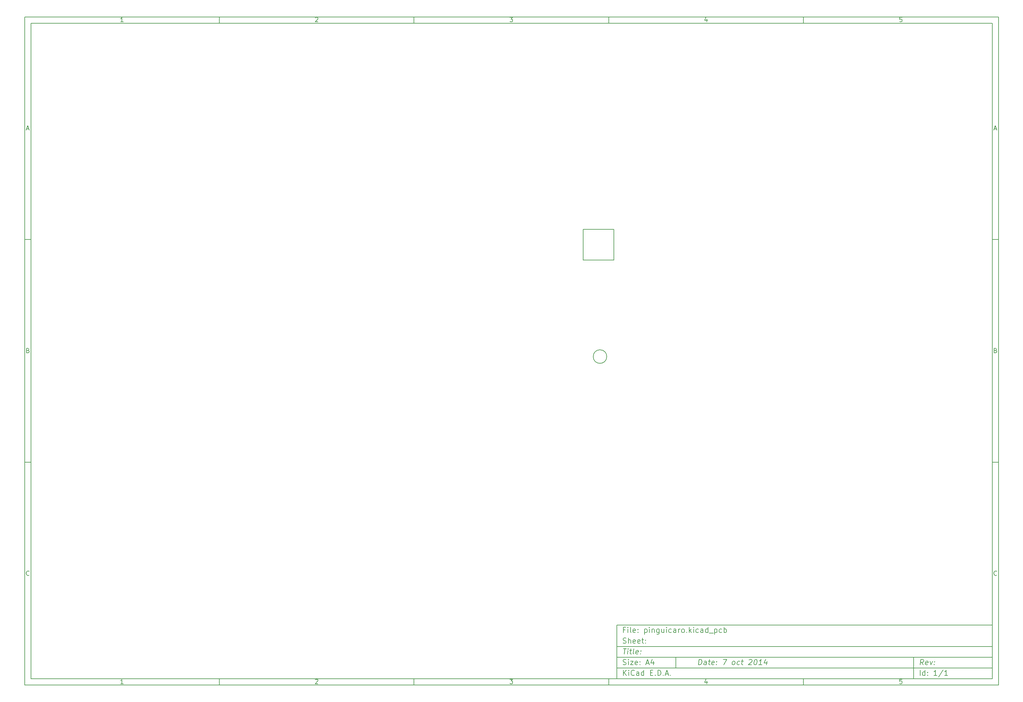
<source format=gbo>
G04 (created by PCBNEW (2013-june-11)-stable) date mar 07 oct 2014 09:39:09 ART*
%MOIN*%
G04 Gerber Fmt 3.4, Leading zero omitted, Abs format*
%FSLAX34Y34*%
G01*
G70*
G90*
G04 APERTURE LIST*
%ADD10C,0.00590551*%
G04 APERTURE END LIST*
G54D10*
X4000Y-4000D02*
X112930Y-4000D01*
X112930Y-78680D01*
X4000Y-78680D01*
X4000Y-4000D01*
X4700Y-4700D02*
X112230Y-4700D01*
X112230Y-77980D01*
X4700Y-77980D01*
X4700Y-4700D01*
X25780Y-4000D02*
X25780Y-4700D01*
X15032Y-4552D02*
X14747Y-4552D01*
X14890Y-4552D02*
X14890Y-4052D01*
X14842Y-4123D01*
X14794Y-4171D01*
X14747Y-4195D01*
X25780Y-78680D02*
X25780Y-77980D01*
X15032Y-78532D02*
X14747Y-78532D01*
X14890Y-78532D02*
X14890Y-78032D01*
X14842Y-78103D01*
X14794Y-78151D01*
X14747Y-78175D01*
X47560Y-4000D02*
X47560Y-4700D01*
X36527Y-4100D02*
X36550Y-4076D01*
X36598Y-4052D01*
X36717Y-4052D01*
X36765Y-4076D01*
X36789Y-4100D01*
X36812Y-4147D01*
X36812Y-4195D01*
X36789Y-4266D01*
X36503Y-4552D01*
X36812Y-4552D01*
X47560Y-78680D02*
X47560Y-77980D01*
X36527Y-78080D02*
X36550Y-78056D01*
X36598Y-78032D01*
X36717Y-78032D01*
X36765Y-78056D01*
X36789Y-78080D01*
X36812Y-78127D01*
X36812Y-78175D01*
X36789Y-78246D01*
X36503Y-78532D01*
X36812Y-78532D01*
X69340Y-4000D02*
X69340Y-4700D01*
X58283Y-4052D02*
X58592Y-4052D01*
X58426Y-4242D01*
X58497Y-4242D01*
X58545Y-4266D01*
X58569Y-4290D01*
X58592Y-4338D01*
X58592Y-4457D01*
X58569Y-4504D01*
X58545Y-4528D01*
X58497Y-4552D01*
X58354Y-4552D01*
X58307Y-4528D01*
X58283Y-4504D01*
X69340Y-78680D02*
X69340Y-77980D01*
X58283Y-78032D02*
X58592Y-78032D01*
X58426Y-78222D01*
X58497Y-78222D01*
X58545Y-78246D01*
X58569Y-78270D01*
X58592Y-78318D01*
X58592Y-78437D01*
X58569Y-78484D01*
X58545Y-78508D01*
X58497Y-78532D01*
X58354Y-78532D01*
X58307Y-78508D01*
X58283Y-78484D01*
X91120Y-4000D02*
X91120Y-4700D01*
X80325Y-4219D02*
X80325Y-4552D01*
X80206Y-4028D02*
X80087Y-4385D01*
X80396Y-4385D01*
X91120Y-78680D02*
X91120Y-77980D01*
X80325Y-78199D02*
X80325Y-78532D01*
X80206Y-78008D02*
X80087Y-78365D01*
X80396Y-78365D01*
X102129Y-4052D02*
X101890Y-4052D01*
X101867Y-4290D01*
X101890Y-4266D01*
X101938Y-4242D01*
X102057Y-4242D01*
X102105Y-4266D01*
X102129Y-4290D01*
X102152Y-4338D01*
X102152Y-4457D01*
X102129Y-4504D01*
X102105Y-4528D01*
X102057Y-4552D01*
X101938Y-4552D01*
X101890Y-4528D01*
X101867Y-4504D01*
X102129Y-78032D02*
X101890Y-78032D01*
X101867Y-78270D01*
X101890Y-78246D01*
X101938Y-78222D01*
X102057Y-78222D01*
X102105Y-78246D01*
X102129Y-78270D01*
X102152Y-78318D01*
X102152Y-78437D01*
X102129Y-78484D01*
X102105Y-78508D01*
X102057Y-78532D01*
X101938Y-78532D01*
X101890Y-78508D01*
X101867Y-78484D01*
X4000Y-28890D02*
X4700Y-28890D01*
X4230Y-16509D02*
X4469Y-16509D01*
X4183Y-16652D02*
X4350Y-16152D01*
X4516Y-16652D01*
X112930Y-28890D02*
X112230Y-28890D01*
X112460Y-16509D02*
X112699Y-16509D01*
X112413Y-16652D02*
X112580Y-16152D01*
X112746Y-16652D01*
X4000Y-53780D02*
X4700Y-53780D01*
X4385Y-41280D02*
X4457Y-41304D01*
X4480Y-41328D01*
X4504Y-41375D01*
X4504Y-41447D01*
X4480Y-41494D01*
X4457Y-41518D01*
X4409Y-41542D01*
X4219Y-41542D01*
X4219Y-41042D01*
X4385Y-41042D01*
X4433Y-41066D01*
X4457Y-41090D01*
X4480Y-41137D01*
X4480Y-41185D01*
X4457Y-41232D01*
X4433Y-41256D01*
X4385Y-41280D01*
X4219Y-41280D01*
X112930Y-53780D02*
X112230Y-53780D01*
X112615Y-41280D02*
X112687Y-41304D01*
X112710Y-41328D01*
X112734Y-41375D01*
X112734Y-41447D01*
X112710Y-41494D01*
X112687Y-41518D01*
X112639Y-41542D01*
X112449Y-41542D01*
X112449Y-41042D01*
X112615Y-41042D01*
X112663Y-41066D01*
X112687Y-41090D01*
X112710Y-41137D01*
X112710Y-41185D01*
X112687Y-41232D01*
X112663Y-41256D01*
X112615Y-41280D01*
X112449Y-41280D01*
X4504Y-66384D02*
X4480Y-66408D01*
X4409Y-66432D01*
X4361Y-66432D01*
X4290Y-66408D01*
X4242Y-66360D01*
X4219Y-66313D01*
X4195Y-66218D01*
X4195Y-66146D01*
X4219Y-66051D01*
X4242Y-66003D01*
X4290Y-65956D01*
X4361Y-65932D01*
X4409Y-65932D01*
X4480Y-65956D01*
X4504Y-65980D01*
X112734Y-66384D02*
X112710Y-66408D01*
X112639Y-66432D01*
X112591Y-66432D01*
X112520Y-66408D01*
X112472Y-66360D01*
X112449Y-66313D01*
X112425Y-66218D01*
X112425Y-66146D01*
X112449Y-66051D01*
X112472Y-66003D01*
X112520Y-65956D01*
X112591Y-65932D01*
X112639Y-65932D01*
X112710Y-65956D01*
X112734Y-65980D01*
X79380Y-76422D02*
X79455Y-75822D01*
X79597Y-75822D01*
X79680Y-75851D01*
X79730Y-75908D01*
X79751Y-75965D01*
X79765Y-76080D01*
X79755Y-76165D01*
X79712Y-76280D01*
X79676Y-76337D01*
X79612Y-76394D01*
X79522Y-76422D01*
X79380Y-76422D01*
X80237Y-76422D02*
X80276Y-76108D01*
X80255Y-76051D01*
X80201Y-76022D01*
X80087Y-76022D01*
X80026Y-76051D01*
X80240Y-76394D02*
X80180Y-76422D01*
X80037Y-76422D01*
X79983Y-76394D01*
X79962Y-76337D01*
X79969Y-76280D01*
X80005Y-76222D01*
X80065Y-76194D01*
X80208Y-76194D01*
X80269Y-76165D01*
X80487Y-76022D02*
X80715Y-76022D01*
X80597Y-75822D02*
X80533Y-76337D01*
X80555Y-76394D01*
X80608Y-76422D01*
X80665Y-76422D01*
X81097Y-76394D02*
X81037Y-76422D01*
X80922Y-76422D01*
X80869Y-76394D01*
X80847Y-76337D01*
X80876Y-76108D01*
X80912Y-76051D01*
X80972Y-76022D01*
X81087Y-76022D01*
X81140Y-76051D01*
X81162Y-76108D01*
X81155Y-76165D01*
X80862Y-76222D01*
X81387Y-76365D02*
X81412Y-76394D01*
X81380Y-76422D01*
X81355Y-76394D01*
X81387Y-76365D01*
X81380Y-76422D01*
X81426Y-76051D02*
X81451Y-76080D01*
X81419Y-76108D01*
X81394Y-76080D01*
X81426Y-76051D01*
X81419Y-76108D01*
X82140Y-75822D02*
X82540Y-75822D01*
X82208Y-76422D01*
X83237Y-76422D02*
X83183Y-76394D01*
X83158Y-76365D01*
X83137Y-76308D01*
X83158Y-76137D01*
X83194Y-76080D01*
X83226Y-76051D01*
X83287Y-76022D01*
X83372Y-76022D01*
X83426Y-76051D01*
X83451Y-76080D01*
X83472Y-76137D01*
X83451Y-76308D01*
X83415Y-76365D01*
X83383Y-76394D01*
X83322Y-76422D01*
X83237Y-76422D01*
X83955Y-76394D02*
X83894Y-76422D01*
X83780Y-76422D01*
X83726Y-76394D01*
X83701Y-76365D01*
X83680Y-76308D01*
X83701Y-76137D01*
X83737Y-76080D01*
X83769Y-76051D01*
X83830Y-76022D01*
X83944Y-76022D01*
X83997Y-76051D01*
X84172Y-76022D02*
X84401Y-76022D01*
X84283Y-75822D02*
X84219Y-76337D01*
X84240Y-76394D01*
X84294Y-76422D01*
X84351Y-76422D01*
X85047Y-75880D02*
X85080Y-75851D01*
X85140Y-75822D01*
X85283Y-75822D01*
X85337Y-75851D01*
X85362Y-75880D01*
X85383Y-75937D01*
X85376Y-75994D01*
X85337Y-76080D01*
X84951Y-76422D01*
X85322Y-76422D01*
X85769Y-75822D02*
X85826Y-75822D01*
X85880Y-75851D01*
X85905Y-75880D01*
X85926Y-75937D01*
X85940Y-76051D01*
X85922Y-76194D01*
X85880Y-76308D01*
X85844Y-76365D01*
X85812Y-76394D01*
X85751Y-76422D01*
X85694Y-76422D01*
X85640Y-76394D01*
X85615Y-76365D01*
X85594Y-76308D01*
X85580Y-76194D01*
X85597Y-76051D01*
X85640Y-75937D01*
X85676Y-75880D01*
X85708Y-75851D01*
X85769Y-75822D01*
X86465Y-76422D02*
X86122Y-76422D01*
X86294Y-76422D02*
X86369Y-75822D01*
X86301Y-75908D01*
X86237Y-75965D01*
X86176Y-75994D01*
X87030Y-76022D02*
X86980Y-76422D01*
X86915Y-75794D02*
X86719Y-76222D01*
X87090Y-76222D01*
X70972Y-77622D02*
X70972Y-77022D01*
X71315Y-77622D02*
X71058Y-77280D01*
X71315Y-77022D02*
X70972Y-77365D01*
X71572Y-77622D02*
X71572Y-77222D01*
X71572Y-77022D02*
X71544Y-77051D01*
X71572Y-77080D01*
X71601Y-77051D01*
X71572Y-77022D01*
X71572Y-77080D01*
X72201Y-77565D02*
X72172Y-77594D01*
X72087Y-77622D01*
X72030Y-77622D01*
X71944Y-77594D01*
X71887Y-77537D01*
X71858Y-77480D01*
X71830Y-77365D01*
X71830Y-77280D01*
X71858Y-77165D01*
X71887Y-77108D01*
X71944Y-77051D01*
X72030Y-77022D01*
X72087Y-77022D01*
X72172Y-77051D01*
X72201Y-77080D01*
X72715Y-77622D02*
X72715Y-77308D01*
X72687Y-77251D01*
X72630Y-77222D01*
X72515Y-77222D01*
X72458Y-77251D01*
X72715Y-77594D02*
X72658Y-77622D01*
X72515Y-77622D01*
X72458Y-77594D01*
X72430Y-77537D01*
X72430Y-77480D01*
X72458Y-77422D01*
X72515Y-77394D01*
X72658Y-77394D01*
X72715Y-77365D01*
X73258Y-77622D02*
X73258Y-77022D01*
X73258Y-77594D02*
X73201Y-77622D01*
X73087Y-77622D01*
X73030Y-77594D01*
X73001Y-77565D01*
X72972Y-77508D01*
X72972Y-77337D01*
X73001Y-77280D01*
X73030Y-77251D01*
X73087Y-77222D01*
X73201Y-77222D01*
X73258Y-77251D01*
X74001Y-77308D02*
X74201Y-77308D01*
X74287Y-77622D02*
X74001Y-77622D01*
X74001Y-77022D01*
X74287Y-77022D01*
X74544Y-77565D02*
X74572Y-77594D01*
X74544Y-77622D01*
X74515Y-77594D01*
X74544Y-77565D01*
X74544Y-77622D01*
X74829Y-77622D02*
X74829Y-77022D01*
X74972Y-77022D01*
X75058Y-77051D01*
X75115Y-77108D01*
X75144Y-77165D01*
X75172Y-77280D01*
X75172Y-77365D01*
X75144Y-77480D01*
X75115Y-77537D01*
X75058Y-77594D01*
X74972Y-77622D01*
X74829Y-77622D01*
X75429Y-77565D02*
X75458Y-77594D01*
X75429Y-77622D01*
X75401Y-77594D01*
X75429Y-77565D01*
X75429Y-77622D01*
X75687Y-77451D02*
X75972Y-77451D01*
X75629Y-77622D02*
X75829Y-77022D01*
X76029Y-77622D01*
X76229Y-77565D02*
X76258Y-77594D01*
X76229Y-77622D01*
X76201Y-77594D01*
X76229Y-77565D01*
X76229Y-77622D01*
X104522Y-76422D02*
X104358Y-76137D01*
X104180Y-76422D02*
X104255Y-75822D01*
X104483Y-75822D01*
X104537Y-75851D01*
X104562Y-75880D01*
X104583Y-75937D01*
X104572Y-76022D01*
X104537Y-76080D01*
X104505Y-76108D01*
X104444Y-76137D01*
X104215Y-76137D01*
X105012Y-76394D02*
X104951Y-76422D01*
X104837Y-76422D01*
X104783Y-76394D01*
X104762Y-76337D01*
X104790Y-76108D01*
X104826Y-76051D01*
X104887Y-76022D01*
X105001Y-76022D01*
X105055Y-76051D01*
X105076Y-76108D01*
X105069Y-76165D01*
X104776Y-76222D01*
X105287Y-76022D02*
X105380Y-76422D01*
X105572Y-76022D01*
X105758Y-76365D02*
X105783Y-76394D01*
X105751Y-76422D01*
X105726Y-76394D01*
X105758Y-76365D01*
X105751Y-76422D01*
X105797Y-76051D02*
X105822Y-76080D01*
X105790Y-76108D01*
X105765Y-76080D01*
X105797Y-76051D01*
X105790Y-76108D01*
X70944Y-76394D02*
X71030Y-76422D01*
X71172Y-76422D01*
X71230Y-76394D01*
X71258Y-76365D01*
X71287Y-76308D01*
X71287Y-76251D01*
X71258Y-76194D01*
X71230Y-76165D01*
X71172Y-76137D01*
X71058Y-76108D01*
X71001Y-76080D01*
X70972Y-76051D01*
X70944Y-75994D01*
X70944Y-75937D01*
X70972Y-75880D01*
X71001Y-75851D01*
X71058Y-75822D01*
X71201Y-75822D01*
X71287Y-75851D01*
X71544Y-76422D02*
X71544Y-76022D01*
X71544Y-75822D02*
X71515Y-75851D01*
X71544Y-75880D01*
X71572Y-75851D01*
X71544Y-75822D01*
X71544Y-75880D01*
X71772Y-76022D02*
X72087Y-76022D01*
X71772Y-76422D01*
X72087Y-76422D01*
X72544Y-76394D02*
X72487Y-76422D01*
X72372Y-76422D01*
X72315Y-76394D01*
X72287Y-76337D01*
X72287Y-76108D01*
X72315Y-76051D01*
X72372Y-76022D01*
X72487Y-76022D01*
X72544Y-76051D01*
X72572Y-76108D01*
X72572Y-76165D01*
X72287Y-76222D01*
X72830Y-76365D02*
X72858Y-76394D01*
X72830Y-76422D01*
X72801Y-76394D01*
X72830Y-76365D01*
X72830Y-76422D01*
X72830Y-76051D02*
X72858Y-76080D01*
X72830Y-76108D01*
X72801Y-76080D01*
X72830Y-76051D01*
X72830Y-76108D01*
X73544Y-76251D02*
X73830Y-76251D01*
X73487Y-76422D02*
X73687Y-75822D01*
X73887Y-76422D01*
X74344Y-76022D02*
X74344Y-76422D01*
X74201Y-75794D02*
X74058Y-76222D01*
X74430Y-76222D01*
X104172Y-77622D02*
X104172Y-77022D01*
X104715Y-77622D02*
X104715Y-77022D01*
X104715Y-77594D02*
X104658Y-77622D01*
X104544Y-77622D01*
X104487Y-77594D01*
X104458Y-77565D01*
X104430Y-77508D01*
X104430Y-77337D01*
X104458Y-77280D01*
X104487Y-77251D01*
X104544Y-77222D01*
X104658Y-77222D01*
X104715Y-77251D01*
X105001Y-77565D02*
X105030Y-77594D01*
X105001Y-77622D01*
X104972Y-77594D01*
X105001Y-77565D01*
X105001Y-77622D01*
X105001Y-77251D02*
X105030Y-77280D01*
X105001Y-77308D01*
X104972Y-77280D01*
X105001Y-77251D01*
X105001Y-77308D01*
X106058Y-77622D02*
X105715Y-77622D01*
X105887Y-77622D02*
X105887Y-77022D01*
X105829Y-77108D01*
X105772Y-77165D01*
X105715Y-77194D01*
X106744Y-76994D02*
X106230Y-77765D01*
X107258Y-77622D02*
X106915Y-77622D01*
X107087Y-77622D02*
X107087Y-77022D01*
X107029Y-77108D01*
X106972Y-77165D01*
X106915Y-77194D01*
X70969Y-74622D02*
X71312Y-74622D01*
X71065Y-75222D02*
X71140Y-74622D01*
X71437Y-75222D02*
X71487Y-74822D01*
X71512Y-74622D02*
X71480Y-74651D01*
X71505Y-74680D01*
X71537Y-74651D01*
X71512Y-74622D01*
X71505Y-74680D01*
X71687Y-74822D02*
X71915Y-74822D01*
X71797Y-74622D02*
X71733Y-75137D01*
X71755Y-75194D01*
X71808Y-75222D01*
X71865Y-75222D01*
X72151Y-75222D02*
X72097Y-75194D01*
X72076Y-75137D01*
X72140Y-74622D01*
X72612Y-75194D02*
X72551Y-75222D01*
X72437Y-75222D01*
X72383Y-75194D01*
X72362Y-75137D01*
X72390Y-74908D01*
X72426Y-74851D01*
X72487Y-74822D01*
X72601Y-74822D01*
X72655Y-74851D01*
X72676Y-74908D01*
X72669Y-74965D01*
X72376Y-75022D01*
X72901Y-75165D02*
X72926Y-75194D01*
X72894Y-75222D01*
X72869Y-75194D01*
X72901Y-75165D01*
X72894Y-75222D01*
X72940Y-74851D02*
X72965Y-74880D01*
X72933Y-74908D01*
X72908Y-74880D01*
X72940Y-74851D01*
X72933Y-74908D01*
X71172Y-72508D02*
X70972Y-72508D01*
X70972Y-72822D02*
X70972Y-72222D01*
X71258Y-72222D01*
X71487Y-72822D02*
X71487Y-72422D01*
X71487Y-72222D02*
X71458Y-72251D01*
X71487Y-72280D01*
X71515Y-72251D01*
X71487Y-72222D01*
X71487Y-72280D01*
X71858Y-72822D02*
X71801Y-72794D01*
X71772Y-72737D01*
X71772Y-72222D01*
X72315Y-72794D02*
X72258Y-72822D01*
X72144Y-72822D01*
X72087Y-72794D01*
X72058Y-72737D01*
X72058Y-72508D01*
X72087Y-72451D01*
X72144Y-72422D01*
X72258Y-72422D01*
X72315Y-72451D01*
X72344Y-72508D01*
X72344Y-72565D01*
X72058Y-72622D01*
X72601Y-72765D02*
X72630Y-72794D01*
X72601Y-72822D01*
X72572Y-72794D01*
X72601Y-72765D01*
X72601Y-72822D01*
X72601Y-72451D02*
X72630Y-72480D01*
X72601Y-72508D01*
X72572Y-72480D01*
X72601Y-72451D01*
X72601Y-72508D01*
X73344Y-72422D02*
X73344Y-73022D01*
X73344Y-72451D02*
X73401Y-72422D01*
X73515Y-72422D01*
X73572Y-72451D01*
X73601Y-72480D01*
X73630Y-72537D01*
X73630Y-72708D01*
X73601Y-72765D01*
X73572Y-72794D01*
X73515Y-72822D01*
X73401Y-72822D01*
X73344Y-72794D01*
X73887Y-72822D02*
X73887Y-72422D01*
X73887Y-72222D02*
X73858Y-72251D01*
X73887Y-72280D01*
X73915Y-72251D01*
X73887Y-72222D01*
X73887Y-72280D01*
X74172Y-72422D02*
X74172Y-72822D01*
X74172Y-72480D02*
X74201Y-72451D01*
X74258Y-72422D01*
X74344Y-72422D01*
X74401Y-72451D01*
X74430Y-72508D01*
X74430Y-72822D01*
X74972Y-72422D02*
X74972Y-72908D01*
X74944Y-72965D01*
X74915Y-72994D01*
X74858Y-73022D01*
X74772Y-73022D01*
X74715Y-72994D01*
X74972Y-72794D02*
X74915Y-72822D01*
X74801Y-72822D01*
X74744Y-72794D01*
X74715Y-72765D01*
X74687Y-72708D01*
X74687Y-72537D01*
X74715Y-72480D01*
X74744Y-72451D01*
X74801Y-72422D01*
X74915Y-72422D01*
X74972Y-72451D01*
X75515Y-72422D02*
X75515Y-72822D01*
X75258Y-72422D02*
X75258Y-72737D01*
X75287Y-72794D01*
X75344Y-72822D01*
X75430Y-72822D01*
X75487Y-72794D01*
X75515Y-72765D01*
X75801Y-72822D02*
X75801Y-72422D01*
X75801Y-72222D02*
X75772Y-72251D01*
X75801Y-72280D01*
X75830Y-72251D01*
X75801Y-72222D01*
X75801Y-72280D01*
X76344Y-72794D02*
X76287Y-72822D01*
X76172Y-72822D01*
X76115Y-72794D01*
X76087Y-72765D01*
X76058Y-72708D01*
X76058Y-72537D01*
X76087Y-72480D01*
X76115Y-72451D01*
X76172Y-72422D01*
X76287Y-72422D01*
X76344Y-72451D01*
X76858Y-72822D02*
X76858Y-72508D01*
X76830Y-72451D01*
X76772Y-72422D01*
X76658Y-72422D01*
X76601Y-72451D01*
X76858Y-72794D02*
X76801Y-72822D01*
X76658Y-72822D01*
X76601Y-72794D01*
X76572Y-72737D01*
X76572Y-72680D01*
X76601Y-72622D01*
X76658Y-72594D01*
X76801Y-72594D01*
X76858Y-72565D01*
X77144Y-72822D02*
X77144Y-72422D01*
X77144Y-72537D02*
X77172Y-72480D01*
X77201Y-72451D01*
X77258Y-72422D01*
X77315Y-72422D01*
X77601Y-72822D02*
X77544Y-72794D01*
X77515Y-72765D01*
X77487Y-72708D01*
X77487Y-72537D01*
X77515Y-72480D01*
X77544Y-72451D01*
X77601Y-72422D01*
X77687Y-72422D01*
X77744Y-72451D01*
X77772Y-72480D01*
X77801Y-72537D01*
X77801Y-72708D01*
X77772Y-72765D01*
X77744Y-72794D01*
X77687Y-72822D01*
X77601Y-72822D01*
X78058Y-72765D02*
X78087Y-72794D01*
X78058Y-72822D01*
X78030Y-72794D01*
X78058Y-72765D01*
X78058Y-72822D01*
X78344Y-72822D02*
X78344Y-72222D01*
X78401Y-72594D02*
X78572Y-72822D01*
X78572Y-72422D02*
X78344Y-72651D01*
X78829Y-72822D02*
X78829Y-72422D01*
X78829Y-72222D02*
X78801Y-72251D01*
X78829Y-72280D01*
X78858Y-72251D01*
X78829Y-72222D01*
X78829Y-72280D01*
X79372Y-72794D02*
X79315Y-72822D01*
X79201Y-72822D01*
X79144Y-72794D01*
X79115Y-72765D01*
X79087Y-72708D01*
X79087Y-72537D01*
X79115Y-72480D01*
X79144Y-72451D01*
X79201Y-72422D01*
X79315Y-72422D01*
X79372Y-72451D01*
X79887Y-72822D02*
X79887Y-72508D01*
X79858Y-72451D01*
X79801Y-72422D01*
X79687Y-72422D01*
X79629Y-72451D01*
X79887Y-72794D02*
X79829Y-72822D01*
X79687Y-72822D01*
X79629Y-72794D01*
X79601Y-72737D01*
X79601Y-72680D01*
X79629Y-72622D01*
X79687Y-72594D01*
X79829Y-72594D01*
X79887Y-72565D01*
X80429Y-72822D02*
X80429Y-72222D01*
X80429Y-72794D02*
X80372Y-72822D01*
X80258Y-72822D01*
X80201Y-72794D01*
X80172Y-72765D01*
X80144Y-72708D01*
X80144Y-72537D01*
X80172Y-72480D01*
X80201Y-72451D01*
X80258Y-72422D01*
X80372Y-72422D01*
X80429Y-72451D01*
X80572Y-72880D02*
X81029Y-72880D01*
X81172Y-72422D02*
X81172Y-73022D01*
X81172Y-72451D02*
X81229Y-72422D01*
X81344Y-72422D01*
X81401Y-72451D01*
X81429Y-72480D01*
X81458Y-72537D01*
X81458Y-72708D01*
X81429Y-72765D01*
X81401Y-72794D01*
X81344Y-72822D01*
X81229Y-72822D01*
X81172Y-72794D01*
X81972Y-72794D02*
X81915Y-72822D01*
X81801Y-72822D01*
X81744Y-72794D01*
X81715Y-72765D01*
X81687Y-72708D01*
X81687Y-72537D01*
X81715Y-72480D01*
X81744Y-72451D01*
X81801Y-72422D01*
X81915Y-72422D01*
X81972Y-72451D01*
X82229Y-72822D02*
X82229Y-72222D01*
X82229Y-72451D02*
X82287Y-72422D01*
X82401Y-72422D01*
X82458Y-72451D01*
X82487Y-72480D01*
X82515Y-72537D01*
X82515Y-72708D01*
X82487Y-72765D01*
X82458Y-72794D01*
X82401Y-72822D01*
X82287Y-72822D01*
X82229Y-72794D01*
X70944Y-73994D02*
X71030Y-74022D01*
X71172Y-74022D01*
X71230Y-73994D01*
X71258Y-73965D01*
X71287Y-73908D01*
X71287Y-73851D01*
X71258Y-73794D01*
X71230Y-73765D01*
X71172Y-73737D01*
X71058Y-73708D01*
X71001Y-73680D01*
X70972Y-73651D01*
X70944Y-73594D01*
X70944Y-73537D01*
X70972Y-73480D01*
X71001Y-73451D01*
X71058Y-73422D01*
X71201Y-73422D01*
X71287Y-73451D01*
X71544Y-74022D02*
X71544Y-73422D01*
X71801Y-74022D02*
X71801Y-73708D01*
X71772Y-73651D01*
X71715Y-73622D01*
X71630Y-73622D01*
X71572Y-73651D01*
X71544Y-73680D01*
X72315Y-73994D02*
X72258Y-74022D01*
X72144Y-74022D01*
X72087Y-73994D01*
X72058Y-73937D01*
X72058Y-73708D01*
X72087Y-73651D01*
X72144Y-73622D01*
X72258Y-73622D01*
X72315Y-73651D01*
X72344Y-73708D01*
X72344Y-73765D01*
X72058Y-73822D01*
X72830Y-73994D02*
X72772Y-74022D01*
X72658Y-74022D01*
X72601Y-73994D01*
X72572Y-73937D01*
X72572Y-73708D01*
X72601Y-73651D01*
X72658Y-73622D01*
X72772Y-73622D01*
X72830Y-73651D01*
X72858Y-73708D01*
X72858Y-73765D01*
X72572Y-73822D01*
X73030Y-73622D02*
X73258Y-73622D01*
X73115Y-73422D02*
X73115Y-73937D01*
X73144Y-73994D01*
X73201Y-74022D01*
X73258Y-74022D01*
X73458Y-73965D02*
X73487Y-73994D01*
X73458Y-74022D01*
X73430Y-73994D01*
X73458Y-73965D01*
X73458Y-74022D01*
X73458Y-73651D02*
X73487Y-73680D01*
X73458Y-73708D01*
X73430Y-73680D01*
X73458Y-73651D01*
X73458Y-73708D01*
X70230Y-71980D02*
X70230Y-77980D01*
X70230Y-71980D02*
X112230Y-71980D01*
X70230Y-71980D02*
X112230Y-71980D01*
X70230Y-74380D02*
X112230Y-74380D01*
X103430Y-75580D02*
X103430Y-77980D01*
X70230Y-76780D02*
X112230Y-76780D01*
X70230Y-75580D02*
X112230Y-75580D01*
X76830Y-75580D02*
X76830Y-76780D01*
X69117Y-41968D02*
G75*
G03X69117Y-41968I-757J0D01*
G74*
G01*
X66474Y-27739D02*
X66474Y-31180D01*
X69915Y-31180D01*
X69915Y-27739D01*
X66474Y-27739D01*
M02*

</source>
